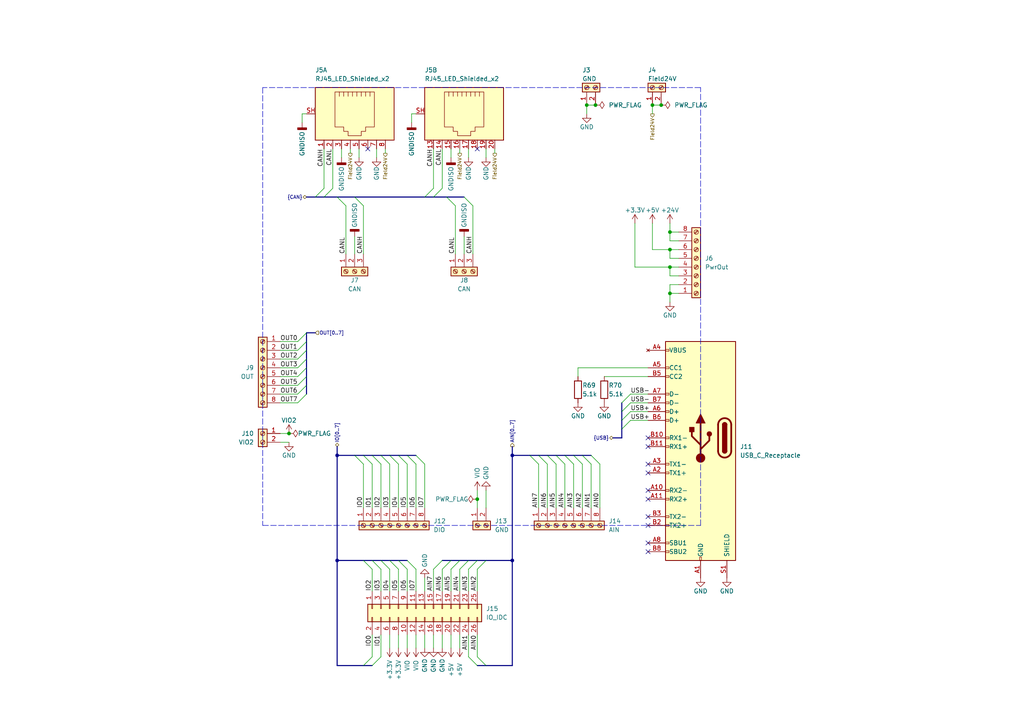
<source format=kicad_sch>
(kicad_sch (version 20211123) (generator eeschema)
  (paper "A4")
  (title_block (title "[canbrd] CAN IO board") (date "2022-10-08") (rev "3.2"))
  (lib_symbols
    (symbol "Connector:Screw_Terminal_01x02" (pin_names (offset 1.016) hide)
      (property "Reference" "J" (at 0 2.54 0))
      (property "Value" "Screw_Terminal_01x02" (at 0 -5.08 0))
      (symbol "Screw_Terminal_01x02_1_1"
        (rectangle (start -1.27 1.27) (end 1.27 -3.81) (stroke (width 0.254)) (fill (type background)))
        (circle (center 0 -2.54) (radius 0.635) (stroke (width 0.1524)))
        (polyline (pts (xy -0.5334 -2.2098) (xy 0.3302 -3.048)) (stroke (width 0.1524)))
        (polyline (pts (xy -0.5334 0.3302) (xy 0.3302 -0.508)) (stroke (width 0.1524)))
        (polyline (pts (xy -0.3556 -2.032) (xy 0.508 -2.8702)) (stroke (width 0.1524)))
        (polyline (pts (xy -0.3556 0.508) (xy 0.508 -0.3302)) (stroke (width 0.1524)))
        (circle (center 0 0) (radius 0.635) (stroke (width 0.1524)))
        (pin passive line (at -5.08 0 0) (length 3.81) (name "Pin_1") (number "1"))
        (pin passive line (at -5.08 -2.54 0) (length 3.81) (name "Pin_2") (number "2"))
      )
    )
    (symbol "Connector:Screw_Terminal_01x03" (pin_names (offset 1.016) hide)
      (property "Reference" "J" (at 0 5.08 0))
      (property "Value" "Screw_Terminal_01x03" (at 0 -5.08 0))
      (symbol "Screw_Terminal_01x03_1_1"
        (rectangle (start -1.27 3.81) (end 1.27 -3.81) (stroke (width 0.254)) (fill (type background)))
        (circle (center 0 -2.54) (radius 0.635) (stroke (width 0.1524)))
        (polyline (pts (xy -0.5334 -2.2098) (xy 0.3302 -3.048)) (stroke (width 0.1524)))
        (polyline (pts (xy -0.5334 0.3302) (xy 0.3302 -0.508)) (stroke (width 0.1524)))
        (polyline (pts (xy -0.5334 2.8702) (xy 0.3302 2.032)) (stroke (width 0.1524)))
        (polyline (pts (xy -0.3556 -2.032) (xy 0.508 -2.8702)) (stroke (width 0.1524)))
        (polyline (pts (xy -0.3556 0.508) (xy 0.508 -0.3302)) (stroke (width 0.1524)))
        (polyline (pts (xy -0.3556 3.048) (xy 0.508 2.2098)) (stroke (width 0.1524)))
        (circle (center 0 0) (radius 0.635) (stroke (width 0.1524)))
        (circle (center 0 2.54) (radius 0.635) (stroke (width 0.1524)))
        (pin passive line (at -5.08 2.54 0) (length 3.81) (name "Pin_1") (number "1"))
        (pin passive line (at -5.08 0 0) (length 3.81) (name "Pin_2") (number "2"))
        (pin passive line (at -5.08 -2.54 0) (length 3.81) (name "Pin_3") (number "3"))
      )
    )
    (symbol "Connector:Screw_Terminal_01x08" (pin_names (offset 1.016) hide)
      (property "Reference" "J" (at 0 10.16 0))
      (property "Value" "Screw_Terminal_01x08" (at 0 -12.7 0))
      (symbol "Screw_Terminal_01x08_1_1"
        (rectangle (start -1.27 8.89) (end 1.27 -11.43) (stroke (width 0.254)) (fill (type background)))
        (circle (center 0 -10.16) (radius 0.635) (stroke (width 0.1524)))
        (circle (center 0 -7.62) (radius 0.635) (stroke (width 0.1524)))
        (circle (center 0 -5.08) (radius 0.635) (stroke (width 0.1524)))
        (circle (center 0 -2.54) (radius 0.635) (stroke (width 0.1524)))
        (polyline (pts (xy -0.5334 -9.8298) (xy 0.3302 -10.668)) (stroke (width 0.1524)))
        (polyline (pts (xy -0.5334 -7.2898) (xy 0.3302 -8.128)) (stroke (width 0.1524)))
        (polyline (pts (xy -0.5334 -4.7498) (xy 0.3302 -5.588)) (stroke (width 0.1524)))
        (polyline (pts (xy -0.5334 -2.2098) (xy 0.3302 -3.048)) (stroke (width 0.1524)))
        (polyline (pts (xy -0.5334 0.3302) (xy 0.3302 -0.508)) (stroke (width 0.1524)))
        (polyline (pts (xy -0.5334 2.8702) (xy 0.3302 2.032)) (stroke (width 0.1524)))
        (polyline (pts (xy -0.5334 5.4102) (xy 0.3302 4.572)) (stroke (width 0.1524)))
        (polyline (pts (xy -0.5334 7.9502) (xy 0.3302 7.112)) (stroke (width 0.1524)))
        (polyline (pts (xy -0.3556 -9.652) (xy 0.508 -10.4902)) (stroke (width 0.1524)))
        (polyline (pts (xy -0.3556 -7.112) (xy 0.508 -7.9502)) (stroke (width 0.1524)))
        (polyline (pts (xy -0.3556 -4.572) (xy 0.508 -5.4102)) (stroke (width 0.1524)))
        (polyline (pts (xy -0.3556 -2.032) (xy 0.508 -2.8702)) (stroke (width 0.1524)))
        (polyline (pts (xy -0.3556 0.508) (xy 0.508 -0.3302)) (stroke (width 0.1524)))
        (polyline (pts (xy -0.3556 3.048) (xy 0.508 2.2098)) (stroke (width 0.1524)))
        (polyline (pts (xy -0.3556 5.588) (xy 0.508 4.7498)) (stroke (width 0.1524)))
        (polyline (pts (xy -0.3556 8.128) (xy 0.508 7.2898)) (stroke (width 0.1524)))
        (circle (center 0 0) (radius 0.635) (stroke (width 0.1524)))
        (circle (center 0 2.54) (radius 0.635) (stroke (width 0.1524)))
        (circle (center 0 5.08) (radius 0.635) (stroke (width 0.1524)))
        (circle (center 0 7.62) (radius 0.635) (stroke (width 0.1524)))
        (pin passive line (at -5.08 7.62 0) (length 3.81) (name "Pin_1") (number "1"))
        (pin passive line (at -5.08 5.08 0) (length 3.81) (name "Pin_2") (number "2"))
        (pin passive line (at -5.08 2.54 0) (length 3.81) (name "Pin_3") (number "3"))
        (pin passive line (at -5.08 0 0) (length 3.81) (name "Pin_4") (number "4"))
        (pin passive line (at -5.08 -2.54 0) (length 3.81) (name "Pin_5") (number "5"))
        (pin passive line (at -5.08 -5.08 0) (length 3.81) (name "Pin_6") (number "6"))
        (pin passive line (at -5.08 -7.62 0) (length 3.81) (name "Pin_7") (number "7"))
        (pin passive line (at -5.08 -10.16 0) (length 3.81) (name "Pin_8") (number "8"))
      )
    )
    (symbol "Connector_Generic:Conn_02x13_Odd_Even" (pin_names (offset 1.016) hide)
      (property "Reference" "J" (at 1.27 17.78 0))
      (property "Value" "Conn_02x13_Odd_Even" (at 1.27 -17.78 0))
      (symbol "Conn_02x13_Odd_Even_1_1"
        (rectangle (start -1.27 -15.113) (end 0 -15.367) (stroke (width 0.1524)))
        (rectangle (start -1.27 -12.573) (end 0 -12.827) (stroke (width 0.1524)))
        (rectangle (start -1.27 -10.033) (end 0 -10.287) (stroke (width 0.1524)))
        (rectangle (start -1.27 -7.493) (end 0 -7.747) (stroke (width 0.1524)))
        (rectangle (start -1.27 -4.953) (end 0 -5.207) (stroke (width 0.1524)))
        (rectangle (start -1.27 -2.413) (end 0 -2.667) (stroke (width 0.1524)))
        (rectangle (start -1.27 0.127) (end 0 -0.127) (stroke (width 0.1524)))
        (rectangle (start -1.27 2.667) (end 0 2.413) (stroke (width 0.1524)))
        (rectangle (start -1.27 5.207) (end 0 4.953) (stroke (width 0.1524)))
        (rectangle (start -1.27 7.747) (end 0 7.493) (stroke (width 0.1524)))
        (rectangle (start -1.27 10.287) (end 0 10.033) (stroke (width 0.1524)))
        (rectangle (start -1.27 12.827) (end 0 12.573) (stroke (width 0.1524)))
        (rectangle (start -1.27 15.367) (end 0 15.113) (stroke (width 0.1524)))
        (rectangle (start -1.27 16.51) (end 3.81 -16.51) (stroke (width 0.254)) (fill (type background)))
        (rectangle (start 3.81 -15.113) (end 2.54 -15.367) (stroke (width 0.1524)))
        (rectangle (start 3.81 -12.573) (end 2.54 -12.827) (stroke (width 0.1524)))
        (rectangle (start 3.81 -10.033) (end 2.54 -10.287) (stroke (width 0.1524)))
        (rectangle (start 3.81 -7.493) (end 2.54 -7.747) (stroke (width 0.1524)))
        (rectangle (start 3.81 -4.953) (end 2.54 -5.207) (stroke (width 0.1524)))
        (rectangle (start 3.81 -2.413) (end 2.54 -2.667) (stroke (width 0.1524)))
        (rectangle (start 3.81 0.127) (end 2.54 -0.127) (stroke (width 0.1524)))
        (rectangle (start 3.81 2.667) (end 2.54 2.413) (stroke (width 0.1524)))
        (rectangle (start 3.81 5.207) (end 2.54 4.953) (stroke (width 0.1524)))
        (rectangle (start 3.81 7.747) (end 2.54 7.493) (stroke (width 0.1524)))
        (rectangle (start 3.81 10.287) (end 2.54 10.033) (stroke (width 0.1524)))
        (rectangle (start 3.81 12.827) (end 2.54 12.573) (stroke (width 0.1524)))
        (rectangle (start 3.81 15.367) (end 2.54 15.113) (stroke (width 0.1524)))
        (pin passive line (at -5.08 15.24 0) (length 3.81) (name "Pin_1") (number "1"))
        (pin passive line (at 7.62 5.08 180) (length 3.81) (name "Pin_10") (number "10"))
        (pin passive line (at -5.08 2.54 0) (length 3.81) (name "Pin_11") (number "11"))
        (pin passive line (at 7.62 2.54 180) (length 3.81) (name "Pin_12") (number "12"))
        (pin passive line (at -5.08 0 0) (length 3.81) (name "Pin_13") (number "13"))
        (pin passive line (at 7.62 0 180) (length 3.81) (name "Pin_14") (number "14"))
        (pin passive line (at -5.08 -2.54 0) (length 3.81) (name "Pin_15") (number "15"))
        (pin passive line (at 7.62 -2.54 180) (length 3.81) (name "Pin_16") (number "16"))
        (pin passive line (at -5.08 -5.08 0) (length 3.81) (name "Pin_17") (number "17"))
        (pin passive line (at 7.62 -5.08 180) (length 3.81) (name "Pin_18") (number "18"))
        (pin passive line (at -5.08 -7.62 0) (length 3.81) (name "Pin_19") (number "19"))
        (pin passive line (at 7.62 15.24 180) (length 3.81) (name "Pin_2") (number "2"))
        (pin passive line (at 7.62 -7.62 180) (length 3.81) (name "Pin_20") (number "20"))
        (pin passive line (at -5.08 -10.16 0) (length 3.81) (name "Pin_21") (number "21"))
        (pin passive line (at 7.62 -10.16 180) (length 3.81) (name "Pin_22") (number "22"))
        (pin passive line (at -5.08 -12.7 0) (length 3.81) (name "Pin_23") (number "23"))
        (pin passive line (at 7.62 -12.7 180) (length 3.81) (name "Pin_24") (number "24"))
        (pin passive line (at -5.08 -15.24 0) (length 3.81) (name "Pin_25") (number "25"))
        (pin passive line (at 7.62 -15.24 180) (length 3.81) (name "Pin_26") (number "26"))
        (pin passive line (at -5.08 12.7 0) (length 3.81) (name "Pin_3") (number "3"))
        (pin passive line (at 7.62 12.7 180) (length 3.81) (name "Pin_4") (number "4"))
        (pin passive line (at -5.08 10.16 0) (length 3.81) (name "Pin_5") (number "5"))
        (pin passive line (at 7.62 10.16 180) (length 3.81) (name "Pin_6") (number "6"))
        (pin passive line (at -5.08 7.62 0) (length 3.81) (name "Pin_7") (number "7"))
        (pin passive line (at 7.62 7.62 180) (length 3.81) (name "Pin_8") (number "8"))
        (pin passive line (at -5.08 5.08 0) (length 3.81) (name "Pin_9") (number "9"))
      )
    )
    (symbol "Device:R" (pin_numbers hide) (pin_names (offset 0))
      (property "Reference" "R" (at 2.032 0 90))
      (property "Value" "R" (at 0 0 90))
      (symbol "R_0_1"
        (rectangle (start -1.016 -2.54) (end 1.016 2.54) (stroke (width 0.254)))
      )
      (symbol "R_1_1"
        (pin passive line (at 0 3.81 270) (length 1.27) (name "~") (number "1"))
        (pin passive line (at 0 -3.81 90) (length 1.27) (name "~") (number "2"))
      )
    )
    (symbol "canbrd_conn:8P8C_noLED_Shielded_x2"
      (property "Reference" "J" (at -5.08 13.97 0))
      (property "Value" "8P8C_noLED_Shielded_x2" (at 1.27 13.97 0))
      (symbol "8P8C_noLED_Shielded_x2_0_1"
        (polyline (pts (xy -5.08 4.445) (xy -6.35 4.445)))
        (polyline (pts (xy -5.08 5.715) (xy -6.35 5.715)))
        (polyline (pts (xy -6.35 -3.175) (xy -5.08 -3.175) (xy -5.08 -3.175)))
        (polyline (pts (xy -6.35 -1.905) (xy -5.08 -1.905) (xy -5.08 -1.905)))
        (polyline (pts (xy -6.35 -0.635) (xy -5.08 -0.635) (xy -5.08 -0.635)))
        (polyline (pts (xy -6.35 0.635) (xy -5.08 0.635) (xy -5.08 0.635)))
        (polyline (pts (xy -6.35 1.905) (xy -5.08 1.905) (xy -5.08 1.905)))
        (polyline (pts (xy -5.08 3.175) (xy -6.35 3.175) (xy -6.35 3.175)))
        (polyline (pts (xy -6.35 -4.445) (xy -6.35 6.985) (xy 3.81 6.985) (xy 3.81 4.445) (xy 5.08 4.445) (xy 5.08 3.175) (xy 6.35 3.175) (xy 6.35 -0.635) (xy 5.08 -0.635) (xy 5.08 -1.905) (xy 3.81 -1.905) (xy 3.81 -4.445) (xy -6.35 -4.445) (xy -6.35 -4.445)))
        (rectangle (start 7.62 12.7) (end -7.62 -10.16) (stroke (width 0.254)) (fill (type background)))
      )
      (symbol "8P8C_noLED_Shielded_x2_1_1"
        (pin passive line (at 10.16 -7.62 180) (length 2.54) (name "~") (number "1"))
        (pin passive line (at 10.16 -5.08 180) (length 2.54) (name "~") (number "2"))
        (pin passive line (at 10.16 -2.54 180) (length 2.54) (name "~") (number "3"))
        (pin passive line (at 10.16 0 180) (length 2.54) (name "~") (number "4"))
        (pin passive line (at 10.16 2.54 180) (length 2.54) (name "~") (number "5"))
        (pin passive line (at 10.16 5.08 180) (length 2.54) (name "~") (number "6"))
        (pin passive line (at 10.16 7.62 180) (length 2.54) (name "~") (number "7"))
        (pin passive line (at 10.16 10.16 180) (length 2.54) (name "~") (number "8"))
        (pin passive line (at 0 -12.7 90) (length 2.54) (name "~") (number "SH"))
      )
      (symbol "8P8C_noLED_Shielded_x2_2_1"
        (pin passive line (at 10.16 -7.62 180) (length 2.54) (name "~") (number "13"))
        (pin passive line (at 10.16 -5.08 180) (length 2.54) (name "~") (number "14"))
        (pin passive line (at 10.16 -2.54 180) (length 2.54) (name "~") (number "15"))
        (pin passive line (at 10.16 0 180) (length 2.54) (name "~") (number "16"))
        (pin passive line (at 10.16 2.54 180) (length 2.54) (name "~") (number "17"))
        (pin passive line (at 10.16 5.08 180) (length 2.54) (name "~") (number "18"))
        (pin passive line (at 10.16 7.62 180) (length 2.54) (name "~") (number "19"))
        (pin passive line (at 10.16 10.16 180) (length 2.54) (name "~") (number "20"))
        (pin passive line (at 0 -12.7 90) (length 2.54) (name "~") (number "SH"))
      )
    )
    (symbol "canbrd_conn:USB_C_Receptacle_noVbus" (pin_names (offset 1.016))
      (property "Reference" "J" (at -10.16 29.21 0))
      (property "Value" "USB_C_Receptacle_noVbus" (at 10.16 29.21 0))
      (symbol "USB_C_Receptacle_noVbus_0_0"
        (rectangle (start -0.254 -35.56) (end 0.254 -34.544))
        (rectangle (start 10.16 -32.766) (end 9.144 -33.274))
        (rectangle (start 10.16 -30.226) (end 9.144 -30.734))
        (rectangle (start 10.16 -25.146) (end 9.144 -25.654))
        (rectangle (start 10.16 -22.606) (end 9.144 -23.114))
        (rectangle (start 10.16 -17.526) (end 9.144 -18.034))
        (rectangle (start 10.16 -14.986) (end 9.144 -15.494))
        (rectangle (start 10.16 -9.906) (end 9.144 -10.414))
        (rectangle (start 10.16 -7.366) (end 9.144 -7.874))
        (rectangle (start 10.16 -2.286) (end 9.144 -2.794))
        (rectangle (start 10.16 0.254) (end 9.144 -0.254))
        (rectangle (start 10.16 5.334) (end 9.144 4.826))
        (rectangle (start 10.16 7.874) (end 9.144 7.366))
        (rectangle (start 10.16 10.414) (end 9.144 9.906))
        (rectangle (start 10.16 12.954) (end 9.144 12.446))
        (rectangle (start 10.16 18.034) (end 9.144 17.526))
        (rectangle (start 10.16 20.574) (end 9.144 20.066))
        (rectangle (start 10.16 25.654) (end 9.144 25.146))
      )
      (symbol "USB_C_Receptacle_noVbus_0_1"
        (rectangle (start -10.16 27.94) (end 10.16 -35.56) (stroke (width 0.254)) (fill (type background)))
        (arc (start -8.89 -3.81) (mid -6.985 -5.715) (end -5.08 -3.81) (stroke (width 0.508)))
        (arc (start -7.62 -3.81) (mid -6.985 -4.445) (end -6.35 -3.81) (stroke (width 0.254)))
        (arc (start -7.62 -3.81) (mid -6.985 -4.445) (end -6.35 -3.81) (stroke (width 0.254)) (fill (type outline)))
        (rectangle (start -7.62 -3.81) (end -6.35 3.81) (stroke (width 0.254)) (fill (type outline)))
        (arc (start -6.35 3.81) (mid -6.985 4.445) (end -7.62 3.81) (stroke (width 0.254)))
        (arc (start -6.35 3.81) (mid -6.985 4.445) (end -7.62 3.81) (stroke (width 0.254)) (fill (type outline)))
        (arc (start -5.08 3.81) (mid -6.985 5.715) (end -8.89 3.81) (stroke (width 0.508)))
        (polyline (pts (xy -8.89 -3.81) (xy -8.89 3.81)) (stroke (width 0.508)))
        (polyline (pts (xy -5.08 3.81) (xy -5.08 -3.81)) (stroke (width 0.508)))
      )
      (symbol "USB_C_Receptacle_noVbus_1_1"
        (circle (center -2.54 1.143) (radius 0.635) (stroke (width 0.254)) (fill (type outline)))
        (circle (center 0 -5.842) (radius 1.27) (fill (type outline)))
        (polyline (pts (xy 0 -5.842) (xy 0 4.318)) (stroke (width 0.508)))
        (polyline (pts (xy 0 -3.302) (xy -2.54 -0.762) (xy -2.54 0.508)) (stroke (width 0.508)))
        (polyline (pts (xy 0 -2.032) (xy 2.54 0.508) (xy 2.54 1.778)) (stroke (width 0.508)))
        (polyline (pts (xy -1.27 4.318) (xy 0 6.858) (xy 1.27 4.318) (xy -1.27 4.318)) (stroke (width 0.254)) (fill (type outline)))
        (rectangle (start 1.905 1.778) (end 3.175 3.048) (stroke (width 0.254)) (fill (type outline)))
        (pin passive line (at 0 -40.64 90) (length 5.08) (name "GND") (number "A1"))
        (pin bidirectional line (at 15.24 -15.24 180) (length 5.08) (name "RX2-") (number "A10"))
        (pin bidirectional line (at 15.24 -17.78 180) (length 5.08) (name "RX2+") (number "A11"))
        (pin passive line (at 0 -40.64 90) (length 5.08) hide (name "GND") (number "A12"))
        (pin bidirectional line (at 15.24 -10.16 180) (length 5.08) (name "TX1+") (number "A2"))
        (pin bidirectional line (at 15.24 -7.62 180) (length 5.08) (name "TX1-") (number "A3"))
        (pin no_connect line (at 15.24 25.4 180) (length 5.08) (name "VBUS") (number "A4"))
        (pin bidirectional line (at 15.24 20.32 180) (length 5.08) (name "CC1") (number "A5"))
        (pin bidirectional line (at 15.24 7.62 180) (length 5.08) (name "D+") (number "A6"))
        (pin bidirectional line (at 15.24 12.7 180) (length 5.08) (name "D-") (number "A7"))
        (pin bidirectional line (at 15.24 -30.48 180) (length 5.08) (name "SBU1") (number "A8"))
        (pin no_connect line (at -15.24 25.4 0) (length 5.08) hide (name "VBUS") (number "A9"))
        (pin passive line (at 0 -40.64 90) (length 5.08) hide (name "GND") (number "B1"))
        (pin bidirectional line (at 15.24 0 180) (length 5.08) (name "RX1-") (number "B10"))
        (pin bidirectional line (at 15.24 -2.54 180) (length 5.08) (name "RX1+") (number "B11"))
        (pin passive line (at 0 -40.64 90) (length 5.08) hide (name "GND") (number "B12"))
        (pin bidirectional line (at 15.24 -25.4 180) (length 5.08) (name "TX2+") (number "B2"))
        (pin bidirectional line (at 15.24 -22.86 180) (length 5.08) (name "TX2-") (number "B3"))
        (pin no_connect line (at -15.24 22.86 0) (length 5.08) hide (name "VBUS") (number "B4"))
        (pin bidirectional line (at 15.24 17.78 180) (length 5.08) (name "CC2") (number "B5"))
        (pin bidirectional line (at 15.24 5.08 180) (length 5.08) (name "D+") (number "B6"))
        (pin bidirectional line (at 15.24 10.16 180) (length 5.08) (name "D-") (number "B7"))
        (pin bidirectional line (at 15.24 -33.02 180) (length 5.08) (name "SBU2") (number "B8"))
        (pin no_connect line (at -15.24 20.32 0) (length 5.08) hide (name "VBUS") (number "B9"))
        (pin passive line (at -7.62 -40.64 90) (length 5.08) (name "SHIELD") (number "S1"))
      )
    )
    (symbol "power:+24V" (power) (pin_names (offset 0))
      (property "Value" "+24V" (at 0 3.556 0))
      (symbol "+24V_0_1"
        (polyline (pts (xy -0.762 1.27) (xy 0 2.54)))
        (polyline (pts (xy 0 0) (xy 0 2.54)))
        (polyline (pts (xy 0 2.54) (xy 0.762 1.27)))
      )
      (symbol "+24V_1_1"
        (pin power_in line (at 0 0 90) (length 0) hide (name "+24V") (number "1"))
      )
    )
    (symbol "power:+3.3V" (power) (pin_names (offset 0))
      (property "Value" "+3.3V" (at 0 3.556 0))
      (symbol "+3.3V_0_1"
        (polyline (pts (xy -0.762 1.27) (xy 0 2.54)))
        (polyline (pts (xy 0 0) (xy 0 2.54)))
        (polyline (pts (xy 0 2.54) (xy 0.762 1.27)))
      )
      (symbol "+3.3V_1_1"
        (pin power_in line (at 0 0 90) (length 0) hide (name "+3.3V") (number "1"))
      )
    )
    (symbol "power:+5V" (power) (pin_names (offset 0))
      (property "Value" "+5V" (at 0 3.556 0))
      (symbol "+5V_0_1"
        (polyline (pts (xy -0.762 1.27) (xy 0 2.54)))
        (polyline (pts (xy 0 0) (xy 0 2.54)))
        (polyline (pts (xy 0 2.54) (xy 0.762 1.27)))
      )
      (symbol "+5V_1_1"
        (pin power_in line (at 0 0 90) (length 0) hide (name "+5V") (number "1"))
      )
    )
    (symbol "power:GND" (power) (pin_names (offset 0))
      (property "Value" "GND" (at 0 -3.81 0))
      (symbol "GND_0_1"
        (polyline (pts (xy 0 0) (xy 0 -1.27) (xy 1.27 -1.27) (xy 0 -2.54) (xy -1.27 -1.27) (xy 0 -1.27)))
      )
      (symbol "GND_1_1"
        (pin power_in line (at 0 0 270) (length 0) hide (name "GND") (number "1"))
      )
    )
    (symbol "power:PWR_FLAG" (power) (pin_numbers hide) (pin_names (offset 0) hide)
      (property "Value" "PWR_FLAG" (at 0 3.81 0))
      (symbol "PWR_FLAG_0_0"
        (pin power_out line (at 0 0 90) (length 0) (name "pwr") (number "1"))
      )
      (symbol "PWR_FLAG_0_1"
        (polyline (pts (xy 0 0) (xy 0 1.27) (xy -1.016 1.905) (xy 0 2.54) (xy 1.016 1.905) (xy 0 1.27)))
      )
    )
    (symbol "power_symbols:GNDISO" (power) (pin_names (offset 0))
      (property "Value" "GNDISO" (at 0 -3.175 0))
      (symbol "GNDISO_0_1"
        (rectangle (start -1.27 -1.524) (end 1.27 -2.032) (stroke (width 0.254)) (fill (type outline)))
        (polyline (pts (xy 0 0) (xy 0 -1.524)))
      )
      (symbol "GNDISO_1_1"
        (pin power_in line (at 0 0 270) (length 0) hide (name "GNDISO") (number "1"))
      )
    )
    (symbol "power_symbols:VIO" (power) (pin_names (offset 0))
      (property "Value" "VIO" (at 0 3.556 0))
      (symbol "VIO_0_1"
        (polyline (pts (xy -0.762 1.27) (xy 0 2.54)))
        (polyline (pts (xy 0 0) (xy 0 2.54)))
        (polyline (pts (xy 0 2.54) (xy 0.762 1.27)))
      )
      (symbol "VIO_1_1"
        (pin power_in line (at 0 0 90) (length 0) hide (name "VIO") (number "1"))
      )
    )
    (symbol "power_symbols:VIO2" (power) (pin_names (offset 0))
      (property "Value" "VIO2" (at 0 3.556 0))
      (symbol "VIO2_0_1"
        (polyline (pts (xy -0.762 1.27) (xy 0 2.54)))
        (polyline (pts (xy 0 0) (xy 0 2.54)))
        (polyline (pts (xy 0 2.54) (xy 0.762 1.27)))
      )
      (symbol "VIO2_1_1"
        (pin power_in line (at 0 0 90) (length 0) hide (name "VIO2") (number "1"))
      )
    )
  )
  (junction (at 148.59 162.56))
  (junction (at 194.31 85.09))
  (junction (at 194.31 67.31))
  (junction (at 97.79 132.08))
  (junction (at 83.82 125.73))
  (junction (at 194.31 72.39))
  (junction (at 172.72 30.48))
  (junction (at 138.43 144.78))
  (junction (at 170.18 30.48))
  (junction (at 97.79 162.56))
  (junction (at 189.23 30.48))
  (junction (at 194.31 77.47))
  (junction (at 148.59 132.08))
  (junction (at 191.77 30.48))
  (no_connect (at 187.96 137.16))
  (no_connect (at 187.96 142.24))
  (no_connect (at 187.96 144.78))
  (no_connect (at 187.96 149.86))
  (no_connect (at 187.96 157.48))
  (no_connect (at 187.96 160.02))
  (no_connect (at 187.96 152.4))
  (no_connect (at 138.43 43.18))
  (no_connect (at 106.68 43.18))
  (no_connect (at 187.96 134.62))
  (no_connect (at 187.96 127))
  (no_connect (at 187.96 129.54))
  (bus_entry (at 163.83 132.08) (size 2.54 2.54))
  (bus_entry (at 107.95 162.56) (size 2.54 2.54))
  (bus_entry (at 105.41 132.08) (size 2.54 2.54))
  (bus_entry (at 129.54 57.15) (size 2.54 2.54))
  (bus_entry (at 158.75 132.08) (size 2.54 2.54))
  (bus_entry (at 88.9 96.52) (size -2.54 2.54))
  (bus_entry (at 88.9 106.68) (size -2.54 2.54))
  (bus_entry (at 118.11 132.08) (size 2.54 2.54))
  (bus_entry (at 138.43 162.56) (size -2.54 2.54))
  (bus_entry (at 88.9 111.76) (size -2.54 2.54))
  (bus_entry (at 93.98 57.15) (size 2.54 -2.54))
  (bus_entry (at 105.41 193.04) (size 2.54 -2.54))
  (bus_entry (at 107.95 193.04) (size 2.54 -2.54))
  (bus_entry (at 180.34 121.92) (size 2.54 -2.54))
  (bus_entry (at 120.65 132.08) (size 2.54 2.54))
  (bus_entry (at 171.45 132.08) (size 2.54 2.54))
  (bus_entry (at 135.89 162.56) (size -2.54 2.54))
  (bus_entry (at 102.87 132.08) (size 2.54 2.54))
  (bus_entry (at 180.34 116.84) (size 2.54 -2.54))
  (bus_entry (at 115.57 132.08) (size 2.54 2.54))
  (bus_entry (at 125.73 165.1) (size 2.54 -2.54))
  (bus_entry (at 180.34 124.46) (size 2.54 -2.54))
  (bus_entry (at 107.95 132.08) (size 2.54 2.54))
  (bus_entry (at 166.37 132.08) (size 2.54 2.54))
  (bus_entry (at 105.41 162.56) (size 2.54 2.54))
  (bus_entry (at 113.03 162.56) (size 2.54 2.54))
  (bus_entry (at 110.49 162.56) (size 2.54 2.54))
  (bus_entry (at 88.9 101.6) (size -2.54 2.54))
  (bus_entry (at 138.43 193.04) (size -2.54 -2.54))
  (bus_entry (at 140.97 162.56) (size -2.54 2.54))
  (bus_entry (at 168.91 132.08) (size 2.54 2.54))
  (bus_entry (at 180.34 119.38) (size 2.54 -2.54))
  (bus_entry (at 133.35 162.56) (size -2.54 2.54))
  (bus_entry (at 161.29 132.08) (size 2.54 2.54))
  (bus_entry (at 102.87 57.15) (size 2.54 2.54))
  (bus_entry (at 88.9 104.14) (size -2.54 2.54))
  (bus_entry (at 91.44 57.15) (size 2.54 -2.54))
  (bus_entry (at 88.9 109.22) (size -2.54 2.54))
  (bus_entry (at 113.03 132.08) (size 2.54 2.54))
  (bus_entry (at 156.21 132.08) (size 2.54 2.54))
  (bus_entry (at 88.9 99.06) (size -2.54 2.54))
  (bus_entry (at 123.19 57.15) (size 2.54 -2.54))
  (bus_entry (at 134.62 57.15) (size 2.54 2.54))
  (bus_entry (at 130.81 162.56) (size -2.54 2.54))
  (bus_entry (at 115.57 162.56) (size 2.54 2.54))
  (bus_entry (at 118.11 162.56) (size 2.54 2.54))
  (bus_entry (at 88.9 114.3) (size -2.54 2.54))
  (bus_entry (at 140.97 193.04) (size -2.54 -2.54))
  (bus_entry (at 125.73 57.15) (size 2.54 -2.54))
  (bus_entry (at 153.67 132.08) (size 2.54 2.54))
  (bus_entry (at 97.79 57.15) (size 2.54 2.54))
  (bus_entry (at 110.49 132.08) (size 2.54 2.54))
  (wire (pts (xy 93.98 43.18) (xy 93.98 54.61)))
  (wire (pts (xy 143.51 44.45) (xy 143.51 43.18)))
  (wire (pts (xy 167.64 106.68) (xy 167.64 109.22)))
  (bus (pts (xy 138.43 162.56) (xy 140.97 162.56)))
  (wire (pts (xy 133.35 44.45) (xy 133.35 43.18)))
  (wire (pts (xy 81.28 109.22) (xy 86.36 109.22)))
  (wire (pts (xy 138.43 184.15) (xy 138.43 190.5)))
  (bus (pts (xy 88.9 57.15) (xy 91.44 57.15)))
  (wire (pts (xy 110.49 165.1) (xy 110.49 171.45)))
  (wire (pts (xy 99.06 45.72) (xy 99.06 43.18)))
  (wire (pts (xy 189.23 30.48) (xy 189.23 33.02)))
  (bus (pts (xy 105.41 162.56) (xy 107.95 162.56)))
  (wire (pts (xy 109.22 43.18) (xy 109.22 45.72)))
  (wire (pts (xy 125.73 184.15) (xy 125.73 187.96)))
  (wire (pts (xy 128.27 43.18) (xy 128.27 54.61)))
  (bus (pts (xy 97.79 57.15) (xy 102.87 57.15)))
  (wire (pts (xy 161.29 134.62) (xy 161.29 147.32)))
  (bus (pts (xy 110.49 132.08) (xy 113.03 132.08)))
  (wire (pts (xy 196.85 67.31) (xy 194.31 67.31)))
  (bus (pts (xy 107.95 132.08) (xy 110.49 132.08)))
  (wire (pts (xy 105.41 134.62) (xy 105.41 147.32)))
  (bus (pts (xy 168.91 132.08) (xy 171.45 132.08)))
  (wire (pts (xy 130.81 184.15) (xy 130.81 187.96)))
  (bus (pts (xy 115.57 132.08) (xy 118.11 132.08)))
  (bus (pts (xy 163.83 132.08) (xy 166.37 132.08)))
  (wire (pts (xy 113.03 184.15) (xy 113.03 187.96)))
  (bus (pts (xy 88.9 104.14) (xy 88.9 106.68)))
  (wire (pts (xy 81.28 114.3) (xy 86.36 114.3)))
  (bus (pts (xy 91.44 96.52) (xy 88.9 96.52)))
  (bus (pts (xy 88.9 99.06) (xy 88.9 101.6)))
  (wire (pts (xy 132.08 73.66) (xy 132.08 59.69)))
  (bus (pts (xy 130.81 162.56) (xy 133.35 162.56)))
  (bus (pts (xy 102.87 57.15) (xy 123.19 57.15)))
  (wire (pts (xy 158.75 134.62) (xy 158.75 147.32)))
  (wire (pts (xy 130.81 165.1) (xy 130.81 171.45)))
  (bus (pts (xy 148.59 129.54) (xy 148.59 132.08)))
  (bus (pts (xy 88.9 111.76) (xy 88.9 114.3)))
  (bus (pts (xy 148.59 132.08) (xy 148.59 162.56)))
  (wire (pts (xy 135.89 184.15) (xy 135.89 190.5)))
  (wire (pts (xy 196.85 74.93) (xy 194.31 74.93)))
  (bus (pts (xy 115.57 162.56) (xy 118.11 162.56)))
  (bus (pts (xy 180.34 119.38) (xy 180.34 121.92)))
  (wire (pts (xy 100.33 73.66) (xy 100.33 59.69)))
  (wire (pts (xy 189.23 72.39) (xy 189.23 64.77)))
  (wire (pts (xy 107.95 134.62) (xy 107.95 147.32)))
  (wire (pts (xy 101.6 44.45) (xy 101.6 43.18)))
  (bus (pts (xy 125.73 57.15) (xy 129.54 57.15)))
  (bus (pts (xy 148.59 132.08) (xy 153.67 132.08)))
  (bus (pts (xy 107.95 162.56) (xy 110.49 162.56)))
  (bus (pts (xy 105.41 132.08) (xy 107.95 132.08)))
  (bus (pts (xy 113.03 162.56) (xy 115.57 162.56)))
  (wire (pts (xy 81.28 111.76) (xy 86.36 111.76)))
  (wire (pts (xy 125.73 165.1) (xy 125.73 171.45)))
  (wire (pts (xy 138.43 142.24) (xy 138.43 144.78)))
  (bus (pts (xy 129.54 57.15) (xy 134.62 57.15)))
  (wire (pts (xy 120.65 165.1) (xy 120.65 171.45)))
  (bus (pts (xy 105.41 193.04) (xy 107.95 193.04)))
  (wire (pts (xy 194.31 74.93) (xy 194.31 72.39)))
  (wire (pts (xy 81.28 125.73) (xy 83.82 125.73)))
  (wire (pts (xy 184.15 77.47) (xy 184.15 64.77)))
  (bus (pts (xy 128.27 162.56) (xy 130.81 162.56)))
  (wire (pts (xy 110.49 134.62) (xy 110.49 147.32)))
  (wire (pts (xy 133.35 184.15) (xy 133.35 187.96)))
  (wire (pts (xy 163.83 134.62) (xy 163.83 147.32)))
  (bus (pts (xy 123.19 57.15) (xy 125.73 57.15)))
  (bus (pts (xy 110.49 162.56) (xy 113.03 162.56)))
  (wire (pts (xy 194.31 85.09) (xy 196.85 85.09)))
  (wire (pts (xy 171.45 134.62) (xy 171.45 147.32)))
  (wire (pts (xy 182.88 116.84) (xy 187.96 116.84)))
  (bus (pts (xy 113.03 132.08) (xy 115.57 132.08)))
  (bus (pts (xy 156.21 132.08) (xy 158.75 132.08)))
  (wire (pts (xy 175.26 109.22) (xy 187.96 109.22)))
  (wire (pts (xy 105.41 73.66) (xy 105.41 59.69)))
  (wire (pts (xy 172.72 30.48) (xy 170.18 30.48)))
  (wire (pts (xy 156.21 134.62) (xy 156.21 147.32)))
  (bus (pts (xy 166.37 132.08) (xy 168.91 132.08)))
  (wire (pts (xy 110.49 184.15) (xy 110.49 190.5)))
  (bus (pts (xy 118.11 132.08) (xy 120.65 132.08)))
  (bus (pts (xy 88.9 96.52) (xy 88.9 99.06)))
  (wire (pts (xy 123.19 134.62) (xy 123.19 147.32)))
  (bus (pts (xy 135.89 162.56) (xy 138.43 162.56)))
  (bus (pts (xy 138.43 193.04) (xy 140.97 193.04)))
  (wire (pts (xy 170.18 30.48) (xy 170.18 33.02)))
  (bus (pts (xy 97.79 162.56) (xy 105.41 162.56)))
  (wire (pts (xy 166.37 134.62) (xy 166.37 147.32)))
  (polyline (pts (xy 203.2 152.4) (xy 203.2 25.4)))
  (wire (pts (xy 135.89 43.18) (xy 135.89 45.72)))
  (bus (pts (xy 180.34 124.46) (xy 180.34 127)))
  (wire (pts (xy 104.14 43.18) (xy 104.14 45.72)))
  (bus (pts (xy 102.87 132.08) (xy 105.41 132.08)))
  (wire (pts (xy 128.27 184.15) (xy 128.27 187.96)))
  (bus (pts (xy 91.44 57.15) (xy 93.98 57.15)))
  (wire (pts (xy 194.31 82.55) (xy 194.31 85.09)))
  (wire (pts (xy 123.19 171.45) (xy 123.19 167.64)))
  (wire (pts (xy 135.89 165.1) (xy 135.89 171.45)))
  (wire (pts (xy 120.65 184.15) (xy 120.65 187.96)))
  (wire (pts (xy 133.35 165.1) (xy 133.35 171.45)))
  (wire (pts (xy 111.76 44.45) (xy 111.76 43.18)))
  (wire (pts (xy 196.85 80.01) (xy 194.31 80.01)))
  (bus (pts (xy 158.75 132.08) (xy 161.29 132.08)))
  (wire (pts (xy 194.31 72.39) (xy 189.23 72.39)))
  (wire (pts (xy 194.31 85.09) (xy 194.31 87.63)))
  (wire (pts (xy 196.85 72.39) (xy 194.31 72.39)))
  (wire (pts (xy 187.96 106.68) (xy 167.64 106.68)))
  (wire (pts (xy 107.95 165.1) (xy 107.95 171.45)))
  (wire (pts (xy 102.87 68.58) (xy 102.87 73.66)))
  (wire (pts (xy 196.85 82.55) (xy 194.31 82.55)))
  (wire (pts (xy 194.31 77.47) (xy 184.15 77.47)))
  (wire (pts (xy 140.97 43.18) (xy 140.97 45.72)))
  (bus (pts (xy 88.9 106.68) (xy 88.9 109.22)))
  (wire (pts (xy 138.43 144.78) (xy 138.43 147.32)))
  (bus (pts (xy 161.29 132.08) (xy 163.83 132.08)))
  (wire (pts (xy 194.31 69.85) (xy 194.31 67.31)))
  (wire (pts (xy 119.38 33.02) (xy 119.38 35.56)))
  (wire (pts (xy 140.97 142.24) (xy 140.97 147.32)))
  (bus (pts (xy 97.79 193.04) (xy 105.41 193.04)))
  (wire (pts (xy 81.28 116.84) (xy 86.36 116.84)))
  (polyline (pts (xy 76.2 152.4) (xy 203.2 152.4)))
  (wire (pts (xy 130.81 45.72) (xy 130.81 43.18)))
  (bus (pts (xy 97.79 129.54) (xy 97.79 132.08)))
  (bus (pts (xy 148.59 162.56) (xy 148.59 193.04)))
  (bus (pts (xy 180.34 121.92) (xy 180.34 124.46)))
  (bus (pts (xy 177.8 127) (xy 180.34 127)))
  (wire (pts (xy 125.73 43.18) (xy 125.73 54.61)))
  (wire (pts (xy 196.85 77.47) (xy 194.31 77.47)))
  (wire (pts (xy 182.88 121.92) (xy 187.96 121.92)))
  (wire (pts (xy 118.11 165.1) (xy 118.11 171.45)))
  (wire (pts (xy 120.65 33.02) (xy 119.38 33.02)))
  (wire (pts (xy 182.88 114.3) (xy 187.96 114.3)))
  (bus (pts (xy 97.79 162.56) (xy 97.79 193.04)))
  (bus (pts (xy 88.9 101.6) (xy 88.9 104.14)))
  (wire (pts (xy 81.28 101.6) (xy 86.36 101.6)))
  (wire (pts (xy 191.77 30.48) (xy 189.23 30.48)))
  (bus (pts (xy 97.79 132.08) (xy 102.87 132.08)))
  (bus (pts (xy 140.97 193.04) (xy 148.59 193.04)))
  (wire (pts (xy 88.9 33.02) (xy 87.63 33.02)))
  (wire (pts (xy 115.57 165.1) (xy 115.57 171.45)))
  (bus (pts (xy 140.97 162.56) (xy 148.59 162.56)))
  (wire (pts (xy 120.65 134.62) (xy 120.65 147.32)))
  (wire (pts (xy 81.28 106.68) (xy 86.36 106.68)))
  (wire (pts (xy 115.57 184.15) (xy 115.57 187.96)))
  (bus (pts (xy 180.34 116.84) (xy 180.34 119.38)))
  (bus (pts (xy 97.79 132.08) (xy 97.79 162.56)))
  (polyline (pts (xy 76.2 25.4) (xy 76.2 152.4)))
  (wire (pts (xy 81.28 99.06) (xy 86.36 99.06)))
  (wire (pts (xy 96.52 43.18) (xy 96.52 54.61)))
  (wire (pts (xy 87.63 33.02) (xy 87.63 35.56)))
  (polyline (pts (xy 203.2 25.4) (xy 76.2 25.4)))
  (wire (pts (xy 118.11 184.15) (xy 118.11 187.96)))
  (wire (pts (xy 107.95 184.15) (xy 107.95 190.5)))
  (wire (pts (xy 182.88 119.38) (xy 187.96 119.38)))
  (wire (pts (xy 81.28 128.27) (xy 83.82 128.27)))
  (wire (pts (xy 128.27 165.1) (xy 128.27 171.45)))
  (bus (pts (xy 93.98 57.15) (xy 97.79 57.15)))
  (wire (pts (xy 194.31 67.31) (xy 194.31 64.77)))
  (wire (pts (xy 168.91 134.62) (xy 168.91 147.32)))
  (wire (pts (xy 123.19 184.15) (xy 123.19 187.96)))
  (wire (pts (xy 138.43 165.1) (xy 138.43 171.45)))
  (wire (pts (xy 115.57 134.62) (xy 115.57 147.32)))
  (bus (pts (xy 133.35 162.56) (xy 135.89 162.56)))
  (wire (pts (xy 173.99 134.62) (xy 173.99 147.32)))
  (wire (pts (xy 113.03 134.62) (xy 113.03 147.32)))
  (wire (pts (xy 196.85 69.85) (xy 194.31 69.85)))
  (wire (pts (xy 81.28 104.14) (xy 86.36 104.14)))
  (wire (pts (xy 113.03 165.1) (xy 113.03 171.45)))
  (wire (pts (xy 118.11 134.62) (xy 118.11 147.32)))
  (wire (pts (xy 134.62 68.58) (xy 134.62 73.66)))
  (bus (pts (xy 153.67 132.08) (xy 156.21 132.08)))
  (wire (pts (xy 194.31 80.01) (xy 194.31 77.47)))
  (wire (pts (xy 137.16 73.66) (xy 137.16 59.69)))
  (bus (pts (xy 88.9 109.22) (xy 88.9 111.76)))
  (label "IO2" (at 110.49 147.32 90))
  (label "IO0" (at 105.41 147.32 90))
  (label "IO7" (at 120.65 171.45 90))
  (label "CANL" (at 96.52 43.18 270))
  (label "IO7" (at 123.19 147.32 90))
  (label "CANH" (at 125.73 43.18 270))
  (label "AIN7" (at 125.73 171.45 90))
  (label "AIN6" (at 158.75 147.32 90))
  (label "OUT4" (at 81.28 109.22 0))
  (label "AIN6" (at 128.27 171.45 90))
  (label "IO0" (at 107.95 184.15 270))
  (label "AIN5" (at 130.81 171.45 90))
  (label "AIN3" (at 166.37 147.32 90))
  (label "CANL" (at 132.08 73.66 90))
  (label "AIN0" (at 138.43 184.15 270))
  (label "OUT3" (at 81.28 106.68 0))
  (label "USB-" (at 182.88 116.84 0))
  (label "OUT7" (at 81.28 116.84 0))
  (label "CANH" (at 105.41 73.66 90))
  (label "AIN2" (at 168.91 147.32 90))
  (label "IO1" (at 110.49 184.15 270))
  (label "AIN5" (at 161.29 147.32 90))
  (label "OUT1" (at 81.28 101.6 0))
  (label "IO5" (at 115.57 171.45 90))
  (label "IO3" (at 110.49 171.45 90))
  (label "AIN4" (at 133.35 171.45 90))
  (label "IO4" (at 115.57 147.32 90))
  (label "AIN3" (at 135.89 171.45 90))
  (label "CANL" (at 128.27 43.18 270))
  (label "OUT6" (at 81.28 114.3 0))
  (label "AIN4" (at 163.83 147.32 90))
  (label "IO6" (at 120.65 147.32 90))
  (label "AIN0" (at 173.99 147.32 90))
  (label "IO2" (at 107.95 171.45 90))
  (label "OUT5" (at 81.28 111.76 0))
  (label "IO3" (at 113.03 147.32 90))
  (label "OUT2" (at 81.28 104.14 0))
  (label "CANL" (at 100.33 73.66 90))
  (label "AIN7" (at 156.21 147.32 90))
  (label "CANH" (at 137.16 73.66 90))
  (label "AIN1" (at 135.89 184.15 270))
  (label "AIN1" (at 171.45 147.32 90))
  (label "AIN2" (at 138.43 171.45 90))
  (label "IO4" (at 113.03 171.45 90))
  (label "OUT0" (at 81.28 99.06 0))
  (label "USB-" (at 182.88 114.3 0))
  (label "IO1" (at 107.95 147.32 90))
  (label "USB+" (at 182.88 119.38 0))
  (label "IO6" (at 118.11 171.45 90))
  (label "CANH" (at 93.98 43.18 270))
  (label "IO5" (at 118.11 147.32 90))
  (label "USB+" (at 182.88 121.92 0))
  (hierarchical_label "IO[0..7]" (shape bidirectional) (at 97.79 129.54 90) (effects (font (size 1 1))))
  (hierarchical_label "Field24V" (shape output) (at 111.76 44.45 270) (effects (font (size 1 1))))
  (hierarchical_label "Field24V" (shape output) (at 133.35 44.45 270) (effects (font (size 1 1))))
  (hierarchical_label "Field24V" (shape output) (at 101.6 44.45 270) (effects (font (size 1 1))))
  (hierarchical_label "Field24V" (shape output) (at 143.51 44.45 270) (effects (font (size 1 1))))
  (hierarchical_label "{CAN}" (shape bidirectional) (at 88.9 57.15 180) (effects (font (size 1 1))))
  (hierarchical_label "AIN[0..7]" (shape output) (at 148.59 129.54 90) (effects (font (size 1 1))))
  (hierarchical_label "{USB}" (shape bidirectional) (at 177.8 127 180) (effects (font (size 1 1))))
  (hierarchical_label "OUT[0..7]" (shape input) (at 91.44 96.52 0) (effects (font (size 1 1))))
  (hierarchical_label "Field24V" (shape output) (at 189.23 33.02 270) (effects (font (size 1 1))))
  (symbol (lib_id "power:+5V") (at 130.81 187.96 180) (unit 1)
    (property "Reference" "#PWR0231" (effects hide))
    (property "Value" "+5V" (at 130.81 194.31 90))
  )
  (symbol (lib_id "Connector:Screw_Terminal_01x02") (at 138.43 152.4 90) (mirror x) (unit 1)
    (property "Reference" "J13" (at 143.51 151.13 90) (effects (justify right)))
    (property "Value" "GND" (at 143.51 153.67 90) (effects (justify right)))
    (property "Footprint" "canbrd_conn:NH0210x0xxxxG" (effects hide))
  )
  (symbol (lib_id "canbrd_conn:8P8C_noLED_Shielded_x2") (at 133.35 33.02 270) (unit 2)
    (property "Reference" "J5" (at 123.19 20.32 90) (effects (justify left)))
    (property "Value" "RJ45_LED_Shielded_x2" (at 123.19 22.86 90) (effects (justify left)))
    (property "Footprint" "canbrd_conn:RJ45_Amphenol_RJHSE5380-02" (effects hide))
  )
  (symbol (lib_id "power:+3.3V") (at 184.15 64.77 0) (unit 1)
    (property "Reference" "#PWR0209" (effects hide))
    (property "Value" "+3.3V" (at 184.15 60.96 0))
  )
  (symbol (lib_id "Connector_Generic:Conn_02x13_Odd_Even") (at 123.19 176.53 90) (mirror x) (unit 1)
    (property "Reference" "J15" (at 140.97 176.53 90) (effects (justify right)))
    (property "Value" "IO_IDC" (at 140.97 179.07 90) (effects (justify right)))
    (property "Footprint" "71922:71922-126" (effects hide))
  )
  (symbol (lib_id "power:+5V") (at 189.23 64.77 0) (unit 1)
    (property "Reference" "#PWR0210" (effects hide))
    (property "Value" "+5V" (at 189.23 60.96 0))
  )
  (symbol (lib_id "power_symbols:GNDISO") (at 119.38 35.56 0) (unit 1)
    (property "Reference" "#PWR0202" (effects hide))
    (property "Value" "GNDISO" (at 119.38 38.1 90) (effects (justify right)))
  )
  (symbol (lib_id "power_symbols:VIO") (at 118.11 187.96 180) (unit 1)
    (property "Reference" "#PWR0226" (effects hide))
    (property "Value" "VIO" (at 118.11 193.04 90))
  )
  (symbol (lib_id "power:PWR_FLAG") (at 172.72 30.48 270) (unit 1)
    (property "Reference" "#FLG07" (effects hide))
    (property "Value" "PWR_FLAG" (at 176.53 30.4799 90) (effects (justify left)))
  )
  (symbol (lib_id "power_symbols:GNDISO") (at 130.81 45.72 0) (unit 1)
    (property "Reference" "#PWR0206" (effects hide))
    (property "Value" "GNDISO" (at 130.81 48.26 90) (effects (justify right)))
  )
  (symbol (lib_id "Connector:Screw_Terminal_01x02") (at 189.23 25.4 90) (unit 1)
    (property "Reference" "J4" (at 187.96 20.32 90) (effects (justify right)))
    (property "Value" "Field24V" (at 187.96 22.86 90) (effects (justify right)))
    (property "Footprint" "canbrd_conn:NH0210x0xxxxG" (effects hide))
  )
  (symbol (lib_id "canbrd_conn:8P8C_noLED_Shielded_x2") (at 101.6 33.02 270) (unit 1)
    (property "Reference" "J5" (at 91.44 20.32 90) (effects (justify left)))
    (property "Value" "RJ45_LED_Shielded_x2" (at 91.44 22.86 90) (effects (justify left)))
    (property "Footprint" "canbrd_conn:RJ45_Amphenol_RJHSE5380-02" (effects hide))
  )
  (symbol (lib_id "Connector:Screw_Terminal_01x08") (at 201.93 77.47 0) (mirror x) (unit 1)
    (property "Reference" "J6" (at 204.47 74.93 0) (effects (justify left)))
    (property "Value" "PwrOut" (at 204.47 77.47 0) (effects (justify left)))
    (property "Footprint" "canbrd_conn:NH0810x0xxxxG" (effects hide))
  )
  (symbol (lib_id "power:GND") (at 128.27 187.96 0) (unit 1)
    (property "Reference" "#PWR0230" (effects hide))
    (property "Value" "GND" (at 128.27 193.04 90))
  )
  (symbol (lib_id "canbrd_conn:USB_C_Receptacle_noVbus") (at 203.2 127 0) (mirror y) (unit 1)
    (property "Reference" "J11" (at 214.63 129.5399 0) (effects (justify right)))
    (property "Value" "USB_C_Receptacle" (at 214.63 132.0799 0) (effects (justify right)))
    (property "Footprint" "10132328:10132328" (effects hide))
    (property "Datasheet" "https://www.usb.org/sites/default/files/documents/usb_type-c.zip" (effects hide))
  )
  (symbol (lib_id "power:GND") (at 123.19 167.64 180) (unit 1)
    (property "Reference" "#PWR0221" (effects hide))
    (property "Value" "GND" (at 123.19 162.56 90))
  )
  (symbol (lib_id "power:GND") (at 125.73 187.96 0) (unit 1)
    (property "Reference" "#PWR0229" (effects hide))
    (property "Value" "GND" (at 125.73 193.04 90))
  )
  (symbol (lib_id "power_symbols:GNDISO") (at 102.87 68.58 180) (unit 1)
    (property "Reference" "#PWR0212" (effects hide))
    (property "Value" "GNDISO" (at 102.87 66.04 90) (effects (justify right)))
  )
  (symbol (lib_id "power_symbols:GNDISO") (at 87.63 35.56 0) (unit 1)
    (property "Reference" "#PWR0201" (effects hide))
    (property "Value" "GNDISO" (at 87.63 38.1 90) (effects (justify right)))
  )
  (symbol (lib_id "power:GND") (at 109.22 45.72 0) (unit 1)
    (property "Reference" "#PWR0205" (effects hide))
    (property "Value" "GND" (at 109.22 48.26 90) (effects (justify right)))
  )
  (symbol (lib_id "Connector:Screw_Terminal_01x08") (at 113.03 152.4 90) (mirror x) (unit 1)
    (property "Reference" "J12" (at 125.73 151.13 90) (effects (justify right)))
    (property "Value" "DIO" (at 125.73 153.67 90) (effects (justify right)))
    (property "Footprint" "canbrd_conn:NH0810x0xxxxG" (effects hide))
  )
  (symbol (lib_id "power_symbols:GNDISO") (at 134.62 68.58 180) (unit 1)
    (property "Reference" "#PWR0213" (effects hide))
    (property "Value" "GNDISO" (at 134.62 66.04 90) (effects (justify right)))
  )
  (symbol (lib_id "power:+3.3V") (at 113.03 187.96 180) (unit 1)
    (property "Reference" "#PWR0224" (effects hide))
    (property "Value" "+3.3V" (at 113.03 194.31 90))
  )
  (symbol (lib_id "power:GND") (at 175.26 116.84 0) (unit 1)
    (property "Reference" "#PWR0216" (effects hide))
    (property "Value" "GND" (at 175.26 120.65 0))
  )
  (symbol (lib_id "Device:R") (at 175.26 113.03 0) (unit 1)
    (property "Reference" "R70" (at 176.53 111.76 0) (effects (justify left)))
    (property "Value" "5.1k" (at 176.53 114.3 0) (effects (justify left)))
    (property "Footprint" "Resistor_SMD:R_0603_1608Metric" (effects hide))
  )
  (symbol (lib_id "Connector:Screw_Terminal_01x03") (at 102.87 78.74 90) (mirror x) (unit 1)
    (property "Reference" "J7" (at 102.87 81.28 90))
    (property "Value" "CAN" (at 102.87 83.82 90))
    (property "Footprint" "canbrd_conn:NH0310x0xxxxG" (effects hide))
  )
  (symbol (lib_id "power:GND") (at 194.31 87.63 0) (unit 1)
    (property "Reference" "#PWR0214" (effects hide))
    (property "Value" "GND" (at 194.31 91.44 0))
  )
  (symbol (lib_id "power:PWR_FLAG") (at 83.82 125.73 270) (unit 1)
    (property "Reference" "#FLG09" (effects hide))
    (property "Value" "PWR_FLAG" (at 86.36 125.73 90) (effects (justify left)))
  )
  (symbol (lib_id "power:+24V") (at 194.31 64.77 0) (unit 1)
    (property "Reference" "#PWR0211" (effects hide))
    (property "Value" "+24V" (at 194.31 60.96 0))
  )
  (symbol (lib_id "power:GND") (at 104.14 45.72 0) (unit 1)
    (property "Reference" "#PWR0204" (effects hide))
    (property "Value" "GND" (at 104.14 48.26 90) (effects (justify right)))
  )
  (symbol (lib_id "power:GND") (at 140.97 45.72 0) (unit 1)
    (property "Reference" "#PWR0208" (effects hide))
    (property "Value" "GND" (at 140.97 48.26 90) (effects (justify right)))
  )
  (symbol (lib_id "power_symbols:GNDISO") (at 99.06 45.72 0) (unit 1)
    (property "Reference" "#PWR0203" (effects hide))
    (property "Value" "GNDISO" (at 99.06 48.26 90) (effects (justify right)))
  )
  (symbol (lib_id "power:+3.3V") (at 115.57 187.96 180) (unit 1)
    (property "Reference" "#PWR0225" (effects hide))
    (property "Value" "+3.3V" (at 115.57 194.31 90))
  )
  (symbol (lib_id "power:GND") (at 83.82 128.27 0) (unit 1)
    (property "Reference" "#PWR0218" (effects hide))
    (property "Value" "GND" (at 83.82 132.08 0))
  )
  (symbol (lib_id "Device:R") (at 167.64 113.03 0) (unit 1)
    (property "Reference" "R69" (at 168.91 111.76 0) (effects (justify left)))
    (property "Value" "5.1k" (at 168.91 114.3 0) (effects (justify left)))
    (property "Footprint" "Resistor_SMD:R_0603_1608Metric" (effects hide))
  )
  (symbol (lib_id "power:GND") (at 203.2 167.64 0) (unit 1)
    (property "Reference" "#PWR0222" (effects hide))
    (property "Value" "GND" (at 203.2 171.45 0))
  )
  (symbol (lib_id "Connector:Screw_Terminal_01x02") (at 170.18 25.4 90) (unit 1)
    (property "Reference" "J3" (at 168.91 20.32 90) (effects (justify right)))
    (property "Value" "GND" (at 168.91 22.86 90) (effects (justify right)))
    (property "Footprint" "canbrd_conn:NH0210x0xxxxG" (effects hide))
  )
  (symbol (lib_id "power:GND") (at 167.64 116.84 0) (unit 1)
    (property "Reference" "#PWR0215" (effects hide))
    (property "Value" "GND" (at 167.64 120.65 0))
  )
  (symbol (lib_id "power:GND") (at 140.97 142.24 180) (unit 1)
    (property "Reference" "#PWR0220" (effects hide))
    (property "Value" "GND" (at 140.97 137.16 90))
  )
  (symbol (lib_id "Connector:Screw_Terminal_01x02") (at 76.2 125.73 0) (mirror y) (unit 1)
    (property "Reference" "J10" (at 73.66 125.73 0) (effects (justify left)))
    (property "Value" "VIO2" (at 73.66 128.27 0) (effects (justify left)))
    (property "Footprint" "canbrd_conn:NH0210x0xxxxG" (effects hide))
  )
  (symbol (lib_id "Connector:Screw_Terminal_01x08") (at 163.83 152.4 90) (mirror x) (unit 1)
    (property "Reference" "J14" (at 176.53 151.13 90) (effects (justify right)))
    (property "Value" "AIN" (at 176.53 153.67 90) (effects (justify right)))
    (property "Footprint" "canbrd_conn:NH0810x0xxxxG" (effects hide))
  )
  (symbol (lib_id "power:GND") (at 135.89 45.72 0) (unit 1)
    (property "Reference" "#PWR0207" (effects hide))
    (property "Value" "GND" (at 135.89 48.26 90) (effects (justify right)))
  )
  (symbol (lib_id "power:GND") (at 123.19 187.96 0) (unit 1)
    (property "Reference" "#PWR0228" (effects hide))
    (property "Value" "GND" (at 123.19 193.04 90))
  )
  (symbol (lib_id "power_symbols:VIO") (at 138.43 142.24 0) (unit 1)
    (property "Reference" "#PWR0219" (effects hide))
    (property "Value" "VIO" (at 138.43 137.16 90))
  )
  (symbol (lib_id "power:PWR_FLAG") (at 191.77 30.48 270) (unit 1)
    (property "Reference" "#FLG08" (effects hide))
    (property "Value" "PWR_FLAG" (at 195.58 30.4799 90) (effects (justify left)))
  )
  (symbol (lib_id "power:GND") (at 210.82 167.64 0) (unit 1)
    (property "Reference" "#PWR0223" (effects hide))
    (property "Value" "GND" (at 210.82 171.45 0))
  )
  (symbol (lib_id "power_symbols:VIO2") (at 83.82 125.73 0) (unit 1)
    (property "Reference" "#PWR0217" (effects hide))
    (property "Value" "VIO2" (at 83.82 121.92 0))
  )
  (symbol (lib_id "power:+5V") (at 133.35 187.96 180) (unit 1)
    (property "Reference" "#PWR0232" (effects hide))
    (property "Value" "+5V" (at 133.35 194.31 90))
  )
  (symbol (lib_id "Connector:Screw_Terminal_01x03") (at 134.62 78.74 90) (mirror x) (unit 1)
    (property "Reference" "J8" (at 134.62 81.28 90))
    (property "Value" "CAN" (at 134.62 83.82 90))
    (property "Footprint" "canbrd_conn:NH0310x0xxxxG" (effects hide))
  )
  (symbol (lib_id "power:GND") (at 170.18 33.02 0) (unit 1)
    (property "Reference" "#PWR0200" (effects hide))
    (property "Value" "GND" (at 170.18 36.83 0))
  )
  (symbol (lib_id "Connector:Screw_Terminal_01x08") (at 76.2 106.68 0) (mirror y) (unit 1)
    (property "Reference" "J9" (at 73.66 106.68 0) (effects (justify left)))
    (property "Value" "OUT" (at 73.66 109.22 0) (effects (justify left)))
    (property "Footprint" "canbrd_conn:NH0810x0xxxxG" (effects hide))
  )
  (symbol (lib_id "power_symbols:VIO") (at 120.65 187.96 180) (unit 1)
    (property "Reference" "#PWR0227" (effects hide))
    (property "Value" "VIO" (at 120.65 193.04 90))
  )
  (symbol (lib_id "power:PWR_FLAG") (at 138.43 144.78 90) (unit 1)
    (property "Reference" "#FLG010" (effects hide))
    (property "Value" "PWR_FLAG" (at 135.89 144.78 90) (effects (justify left)))
  )
)
</source>
